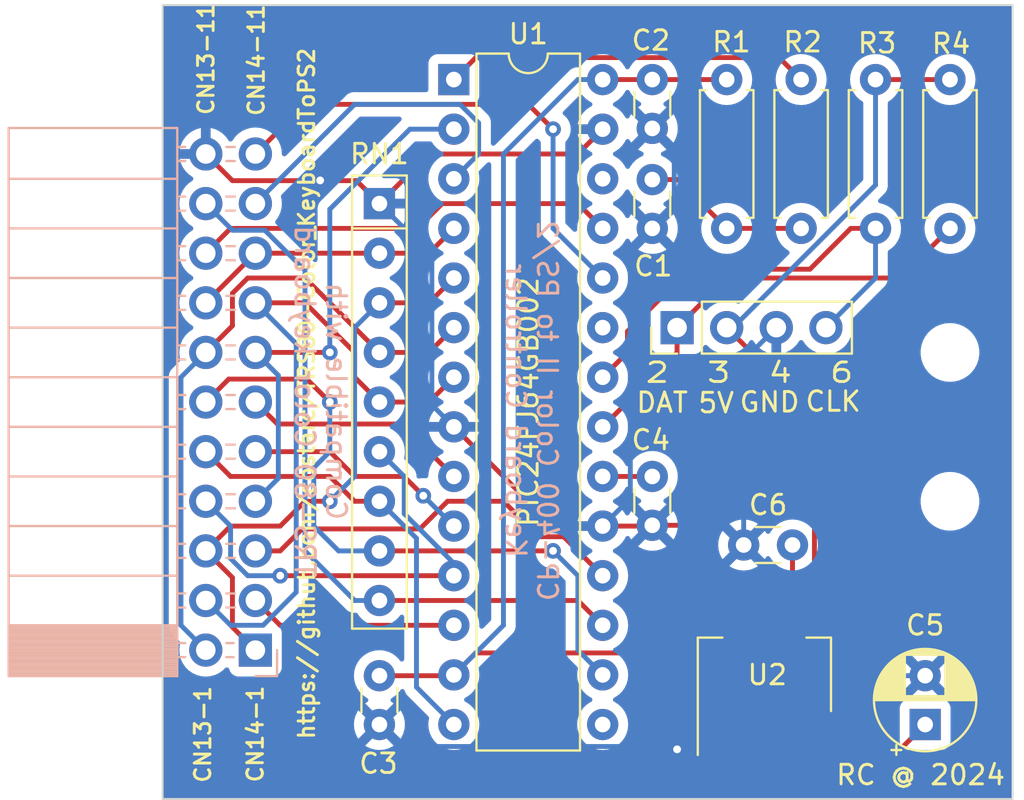
<source format=kicad_pcb>
(kicad_pcb (version 20221018) (generator pcbnew)
  (title_block (title "TRS-80 Color Computer Keyboard Adapter for PS/2") (date "2023-11-27") (rev "1"))
  (layers (0 "F.Cu" signal) (31 "B.Cu" signal) (34 "B.Paste" user) (35 "F.Paste" user) (36 "B.SilkS" user "B.Silkscreen") (37 "F.SilkS" user "F.Silkscreen") (38 "B.Mask" user) (39 "F.Mask" user) (44 "Edge.Cuts" user))
  (net 0 "")
  (net 1 "Net-(C1-Pad2)")
  (net 2 "VDD")
  (net 3 "Net-(U1-Vcap{slash}Vddcore)")
  (net 4 "CN14-3")
  (net 5 "CN14-11")
  (net 6 "CN14-4")
  (net 7 "CN14-10")
  (net 8 "CN14-6")
  (net 9 "CN14-5")
  (net 10 "CN13-4")
  (net 11 "CN13-2")
  (net 12 "CN13-5")
  (net 13 "CN13-6")
  (net 14 "CN13-10")
  (net 15 "CN13-1")
  (net 16 "CN13-3")
  (net 17 "CN13-8")
  (net 18 "CN14-2")
  (net 19 "Net-(U1-Vpp{slash}~{MCLR}{slash}RE3)")
  (net 20 "KBC_CLK")
  (net 21 "KBD_DATA")
  (net 24 "CN13-9")
  (net 25 "CN13-11")
  (net 26 "VCC")
  (net 27 "CAPS")
  (footprint "Capacitor_THT:C_Disc_D3.0mm_W1.6mm_P2.50mm" (layer "F.Cu") (at 64.77 60.96 90)
    (fp_text reference "C1" (at -1.935476 0.050224 180) (layer "F.SilkS"))
    (fp_text value "0.1uF 20V")
    (pad "1" thru_hole circle (at 0 0 90) (size 1.6 1.6) (drill 0.8) (layers "*.Cu" "*.Mask") (net 25 "CN13-11"))
    (pad "2" thru_hole circle (at 2.5 0 90) (size 1.6 1.6) (drill 0.8) (layers "*.Cu" "*.Mask") (net 1 "Net-(C1-Pad2)"))
  )
  (footprint "Capacitor_THT:CP_Radial_D5.0mm_P2.50mm" (layer "F.Cu") (at 78.74 86.36 90)
    (fp_text reference "C5" (at 5.08 0 180) (layer "F.SilkS"))
    (fp_text value "100uF" hide)
    (pad "1" thru_hole rect (at 0 0 90) (size 1.6 1.6) (drill 0.8) (layers "*.Cu" "*.Mask") (net 2 "VDD"))
    (pad "2" thru_hole circle (at 2.5 0 90) (size 1.6 1.6) (drill 0.8) (layers "*.Cu" "*.Mask") (net 25 "CN13-11"))
  )
  (footprint "MountingHole:MountingHole_2.5mm" (layer "F.Cu") (at 80.01 67.31)
    (fp_text reference "H1" hide)
    (fp_text value "MountingHole" hide)
    (pad "" np_thru_hole circle (at 0 0) (size 2.5 2.5) (drill 2.5) (layers "*.Cu" "*.Mask"))
  )
  (footprint "Resistor_THT:R_Axial_DIN0207_L6.3mm_D2.5mm_P7.62mm_Horizontal" (layer "F.Cu") (at 76.2 53.34 -90)
    (fp_text reference "R3" (at -1.861968 -0.079511 -180) (layer "F.SilkS"))
    (fp_text value "10K" hide)
    (pad "1" thru_hole circle (at 0 0 270) (size 1.6 1.6) (drill 0.8) (layers "*.Cu" "*.Mask") (net 26 "VCC"))
    (pad "2" thru_hole oval (at 7.62 0 270) (size 1.6 1.6) (drill 0.8) (layers "*.Cu" "*.Mask") (net 20 "KBC_CLK"))
  )
  (footprint "MountingHole:MountingHole_2.5mm" (layer "F.Cu") (at 80.01 74.93)
    (fp_text reference "H2" hide)
    (fp_text value "MountingHole" hide)
    (pad "" np_thru_hole circle (at 0 0) (size 2.5 2.5) (drill 2.5) (layers "*.Cu" "*.Mask"))
  )
  (footprint "Capacitor_THT:C_Disc_D3.0mm_W1.6mm_P2.50mm" (layer "F.Cu") (at 69.448188 77.168673)
    (fp_text reference "C6" (at 1.25 -2.05) (layer "F.SilkS"))
    (fp_text value "0.1uF 20V" hide)
    (pad "1" thru_hole circle (at 0 0) (size 1.6 1.6) (drill 0.8) (layers "*.Cu" "*.Mask") (net 25 "CN13-11"))
    (pad "2" thru_hole circle (at 2.5 0) (size 1.6 1.6) (drill 0.8) (layers "*.Cu" "*.Mask") (net 2 "VDD"))
  )
  (footprint "Capacitor_THT:C_Disc_D3.0mm_W1.6mm_P2.50mm" (layer "F.Cu") (at 64.77 76.16 90)
    (fp_text reference "C4" (at 4.367202 -0.075741 180) (layer "F.SilkS"))
    (fp_text value "10uF 6.3V" hide)
    (pad "1" thru_hole circle (at 0 0 90) (size 1.6 1.6) (drill 0.8) (layers "*.Cu" "*.Mask") (net 25 "CN13-11"))
    (pad "2" thru_hole circle (at 2.5 0 90) (size 1.6 1.6) (drill 0.8) (layers "*.Cu" "*.Mask") (net 3 "Net-(U1-Vcap{slash}Vddcore)"))
  )
  (footprint "Resistor_THT:R_Axial_DIN0207_L6.3mm_D2.5mm_P7.62mm_Horizontal" (layer "F.Cu") (at 80.01 53.34 -90)
    (fp_text reference "R4" (at -1.833717 -0.055192) (layer "F.SilkS"))
    (fp_text value "10K" hide)
    (pad "1" thru_hole circle (at 0 0 270) (size 1.6 1.6) (drill 0.8) (layers "*.Cu" "*.Mask") (net 26 "VCC"))
    (pad "2" thru_hole oval (at 7.62 0 270) (size 1.6 1.6) (drill 0.8) (layers "*.Cu" "*.Mask") (net 21 "KBD_DATA"))
  )
  (footprint "Resistor_THT:R_Axial_DIN0207_L6.3mm_D2.5mm_P7.62mm_Horizontal" (layer "F.Cu") (at 72.39 53.34 -90)
    (fp_text reference "R2" (at -1.918471 -0.075579 -180) (layer "F.SilkS"))
    (fp_text value "270R" hide)
    (pad "1" thru_hole circle (at 0 0 270) (size 1.6 1.6) (drill 0.8) (layers "*.Cu" "*.Mask") (net 19 "Net-(U1-Vpp{slash}~{MCLR}{slash}RE3)"))
    (pad "2" thru_hole oval (at 7.62 0 270) (size 1.6 1.6) (drill 0.8) (layers "*.Cu" "*.Mask") (net 1 "Net-(C1-Pad2)"))
  )
  (footprint "Package_TO_SOT_SMD:SOT-223-3_TabPin2" (layer "F.Cu") (at 70.51 83.82 90)
    (fp_text reference "U2" (at 0.000001 0.148233 180) (layer "F.SilkS"))
    (fp_text value "AMS1117" hide)
    (pad "1" smd rect (at -3.15 -2.3 90) (size 2 1.5) (layers "F.Cu" "F.Paste" "F.Mask") (net 25 "CN13-11"))
    (pad "2" smd rect (at -3.15 0 90) (size 2 1.5) (layers "F.Cu" "F.Paste" "F.Mask") (net 2 "VDD"))
    (pad "2" smd rect (at 3.15 0 90) (size 2 3.8) (layers "F.Cu" "F.Paste" "F.Mask") (net 2 "VDD"))
    (pad "3" smd rect (at -3.15 2.3 90) (size 2 1.5) (layers "F.Cu" "F.Paste" "F.Mask") (net 26 "VCC"))
  )
  (footprint "Package_DIP:DIP-28_W7.62mm" (layer "F.Cu") (at 54.61 53.34)
    (fp_text reference "U1" (at 3.81 -2.33) (layer "F.SilkS"))
    (fp_text value "PIC24FJ64GB002" (at 3.81 16.51 -90) (layer "F.SilkS"))
    (pad "1" thru_hole rect (at 0 0) (size 1.6 1.6) (drill 0.8) (layers "*.Cu" "*.Mask") (net 19 "Net-(U1-Vpp{slash}~{MCLR}{slash}RE3)"))
    (pad "2" thru_hole oval (at 0 2.54) (size 1.6 1.6) (drill 0.8) (layers "*.Cu" "*.Mask") (net 6 "CN14-4"))
    (pad "3" thru_hole oval (at 0 5.08) (size 1.6 1.6) (drill 0.8) (layers "*.Cu" "*.Mask") (net 7 "CN14-10"))
    (pad "4" thru_hole oval (at 0 7.62) (size 1.6 1.6) (drill 0.8) (layers "*.Cu" "*.Mask") (net 17 "CN13-8"))
    (pad "5" thru_hole oval (at 0 10.16) (size 1.6 1.6) (drill 0.8) (layers "*.Cu" "*.Mask") (net 16 "CN13-3"))
    (pad "6" thru_hole oval (at 0 12.7) (size 1.6 1.6) (drill 0.8) (layers "*.Cu" "*.Mask") (net 15 "CN13-1"))
    (pad "7" thru_hole oval (at 0 15.24) (size 1.6 1.6) (drill 0.8) (layers "*.Cu" "*.Mask") (net 11 "CN13-2"))
    (pad "8" thru_hole oval (at 0 17.78) (size 1.6 1.6) (drill 0.8) (layers "*.Cu" "*.Mask") (net 25 "CN13-11"))
    (pad "9" thru_hole oval (at 0 20.32) (size 1.6 1.6) (drill 0.8) (layers "*.Cu" "*.Mask") (net 8 "CN14-6"))
    (pad "10" thru_hole oval (at 0 22.86) (size 1.6 1.6) (drill 0.8) (layers "*.Cu" "*.Mask") (net 9 "CN14-5"))
    (pad "11" thru_hole oval (at 0 25.4) (size 1.6 1.6) (drill 0.8) (layers "*.Cu" "*.Mask") (net 10 "CN13-4"))
    (pad "12" thru_hole oval (at 0 27.94) (size 1.6 1.6) (drill 0.8) (layers "*.Cu" "*.Mask") (net 18 "CN14-2"))
    (pad "13" thru_hole oval (at 0 30.48) (size 1.6 1.6) (drill 0.8) (layers "*.Cu" "*.Mask") (net 2 "VDD"))
    (pad "14" thru_hole oval (at 0 33.02) (size 1.6 1.6) (drill 0.8) (layers "*.Cu" "*.Mask") (net 12 "CN13-5"))
    (pad "15" thru_hole oval (at 7.62 33.02) (size 1.6 1.6) (drill 0.8) (layers "*.Cu" "*.Mask"))
    (pad "16" thru_hole oval (at 7.62 30.48) (size 1.6 1.6) (drill 0.8) (layers "*.Cu" "*.Mask") (net 13 "CN13-6"))
    (pad "17" thru_hole oval (at 7.62 27.94) (size 1.6 1.6) (drill 0.8) (layers "*.Cu" "*.Mask") (net 14 "CN13-10"))
    (pad "18" thru_hole oval (at 7.62 25.4) (size 1.6 1.6) (drill 0.8) (layers "*.Cu" "*.Mask") (net 4 "CN14-3"))
    (pad "19" thru_hole oval (at 7.62 22.86) (size 1.6 1.6) (drill 0.8) (layers "*.Cu" "*.Mask") (net 25 "CN13-11"))
    (pad "20" thru_hole oval (at 7.62 20.32) (size 1.6 1.6) (drill 0.8) (layers "*.Cu" "*.Mask") (net 3 "Net-(U1-Vcap{slash}Vddcore)"))
    (pad "21" thru_hole oval (at 7.62 17.78) (size 1.6 1.6) (drill 0.8) (layers "*.Cu" "*.Mask") (net 21 "KBD_DATA"))
    (pad "22" thru_hole oval (at 7.62 15.24) (size 1.6 1.6) (drill 0.8) (layers "*.Cu" "*.Mask") (net 20 "KBC_CLK"))
    (pad "23" thru_hole oval (at 7.62 12.7) (size 1.6 1.6) (drill 0.8) (layers "*.Cu" "*.Mask"))
    (pad "24" thru_hole oval (at 7.62 10.16) (size 1.6 1.6) (drill 0.8) (layers "*.Cu" "*.Mask") (net 5 "CN14-11"))
    (pad "25" thru_hole oval (at 7.62 7.62) (size 1.6 1.6) (drill 0.8) (layers "*.Cu" "*.Mask") (net 24 "CN13-9"))
    (pad "26" thru_hole oval (at 7.62 5.08) (size 1.6 1.6) (drill 0.8) (layers "*.Cu" "*.Mask") (net 27 "CAPS"))
    (pad "27" thru_hole oval (at 7.62 2.54) (size 1.6 1.6) (drill 0.8) (layers "*.Cu" "*.Mask") (net 25 "CN13-11"))
    (pad "28" thru_hole oval (at 7.62 0) (size 1.6 1.6) (drill 0.8) (layers "*.Cu" "*.Mask") (net 2 "VDD"))
  )
  (footprint "Resistor_THT:R_Array_SIP9" (layer "F.Cu") (at 50.8 59.69 -90)
    (fp_text reference "RN1" (at -2.54 0 -180) (layer "F.SilkS"))
    (fp_text value "10K")
    (pad "1" thru_hole rect (at 0 0 270) (size 1.6 1.6) (drill 0.8) (layers "*.Cu" "*.Mask") (net 25 "CN13-11"))
    (pad "2" thru_hole oval (at 2.54 0 270) (size 1.6 1.6) (drill 0.8) (layers "*.Cu" "*.Mask") (net 17 "CN13-8"))
    (pad "3" thru_hole oval (at 5.08 0 270) (size 1.6 1.6) (drill 0.8) (layers "*.Cu" "*.Mask") (net 16 "CN13-3"))
    (pad "4" thru_hole oval (at 7.62 0 270) (size 1.6 1.6) (drill 0.8) (layers "*.Cu" "*.Mask") (net 15 "CN13-1"))
    (pad "5" thru_hole oval (at 10.16 0 270) (size 1.6 1.6) (drill 0.8) (layers "*.Cu" "*.Mask") (net 11 "CN13-2"))
    (pad "6" thru_hole oval (at 12.7 0 270) (size 1.6 1.6) (drill 0.8) (layers "*.Cu" "*.Mask") (net 10 "CN13-4"))
    (pad "7" thru_hole oval (at 15.24 0 270) (size 1.6 1.6) (drill 0.8) (layers "*.Cu" "*.Mask") (net 12 "CN13-5"))
    (pad "8" thru_hole oval (at 17.78 0 270) (size 1.6 1.6) (drill 0.8) (layers "*.Cu" "*.Mask") (net 13 "CN13-6"))
    (pad "9" thru_hole oval (at 20.32 0 270) (size 1.6 1.6) (drill 0.8) (layers "*.Cu" "*.Mask") (net 14 "CN13-10"))
  )
  (footprint "Capacitor_THT:C_Disc_D3.0mm_W1.6mm_P2.50mm" (layer "F.Cu") (at 50.8 86.36 90)
    (fp_text reference "C3" (at -1.998728 -0.051996 180) (layer "F.SilkS"))
    (fp_text value "0.1uF 20V" hide)
    (pad "1" thru_hole circle (at 0 0 90) (size 1.6 1.6) (drill 0.8) (layers "*.Cu" "*.Mask") (net 25 "CN13-11"))
    (pad "2" thru_hole circle (at 2.5 0 90) (size 1.6 1.6) (drill 0.8) (layers "*.Cu" "*.Mask") (net 2 "VDD"))
  )
  (footprint "Resistor_THT:R_Axial_DIN0207_L6.3mm_D2.5mm_P7.62mm_Horizontal" (layer "F.Cu") (at 68.58 53.34 -90)
    (fp_text reference "R1" (at -1.918471 -0.241156 -180) (layer "F.SilkS"))
    (fp_text value "10K" hide)
    (pad "1" thru_hole circle (at 0 0 270) (size 1.6 1.6) (drill 0.8) (layers "*.Cu" "*.Mask") (net 2 "VDD"))
    (pad "2" thru_hole oval (at 7.62 0 270) (size 1.6 1.6) (drill 0.8) (layers "*.Cu" "*.Mask") (net 1 "Net-(C1-Pad2)"))
  )
  (footprint "Capacitor_THT:C_Disc_D3.0mm_W1.6mm_P2.50mm" (layer "F.Cu") (at 64.77 55.84 90)
    (fp_text reference "C2" (at 4.504558 -0.071665 180) (layer "F.SilkS"))
    (fp_text value "0.1uF 20V" hide)
    (pad "1" thru_hole circle (at 0 0 90) (size 1.6 1.6) (drill 0.8) (layers "*.Cu" "*.Mask") (net 25 "CN13-11"))
    (pad "2" thru_hole circle (at 2.5 0 90) (size 1.6 1.6) (drill 0.8) (layers "*.Cu" "*.Mask") (net 2 "VDD"))
  )
  (footprint "Connector_PinHeader_2.54mm:PinHeader_1x04_P2.54mm_Vertical" (layer "F.Cu") (at 66.04 66.04 90)
    (fp_text reference "J2" hide)
    (fp_text value "PS/2 - Mini-Din6" hide)
    (pad "1" thru_hole rect (at 0 0 90) (size 1.7 1.7) (drill 1) (layers "*.Cu" "*.Mask") (net 21 "KBD_DATA"))
    (pad "2" thru_hole oval (at 0 2.54 90) (size 1.7 1.7) (drill 1) (layers "*.Cu" "*.Mask") (net 26 "VCC"))
    (pad "3" thru_hole oval (at 0 5.08 90) (size 1.7 1.7) (drill 1) (layers "*.Cu" "*.Mask") (net 25 "CN13-11"))
    (pad "4" thru_hole oval (at 0 7.62 90) (size 1.7 1.7) (drill 1) (layers "*.Cu" "*.Mask") (net 20 "KBC_CLK"))
  )
  (footprint "Connector_PinSocket_2.54mm:PinSocket_2x11_P2.54mm_Horizontal" (layer "B.Cu") (at 44.45 82.55)
    (fp_text reference "J1" hide)
    (fp_text value "CN13-CN14" hide)
    (pad "1" thru_hole rect (at 0 0) (size 1.7 1.7) (drill 1) (layers "*.Cu" "*.Mask") (net 16 "CN13-3"))
    (pad "2" thru_hole oval (at -2.54 0) (size 1.7 1.7) (drill 1) (layers "*.Cu" "*.Mask") (net 15 "CN13-1"))
    (pad "3" thru_hole oval (at 0 -2.54) (size 1.7 1.7) (drill 1) (layers "*.Cu" "*.Mask") (net 18 "CN14-2"))
    (pad "4" thru_hole oval (at -2.54 -2.54) (size 1.7 1.7) (drill 1) (layers "*.Cu" "*.Mask") (net 11 "CN13-2"))
    (pad "5" thru_hole oval (at 0 -5.08) (size 1.7 1.7) (drill 1) (layers "*.Cu" "*.Mask") (net 4 "CN14-3"))
    (pad "6" thru_hole oval (at -2.54 -5.08) (size 1.7 1.7) (drill 1) (layers "*.Cu" "*.Mask") (net 16 "CN13-3"))
    (pad "7" thru_hole oval (at 0 -7.62) (size 1.7 1.7) (drill 1) (layers "*.Cu" "*.Mask") (net 6 "CN14-4"))
    (pad "8" thru_hole oval (at -2.54 -7.62) (size 1.7 1.7) (drill 1) (layers "*.Cu" "*.Mask") (net 10 "CN13-4"))
    (pad "9" thru_hole oval (at 0 -10.16) (size 1.7 1.7) (drill 1) (layers "*.Cu" "*.Mask") (net 9 "CN14-5"))
    (pad "10" thru_hole oval (at -2.54 -10.16) (size 1.7 1.7) (drill 1) (layers "*.Cu" "*.Mask") (net 12 "CN13-5"))
    (pad "11" thru_hole oval (at 0 -12.7) (size 1.7 1.7) (drill 1) (layers "*.Cu" "*.Mask") (net 8 "CN14-6"))
    (pad "12" thru_hole oval (at -2.54 -12.7) (size 1.7 1.7) (drill 1) (layers "*.Cu" "*.Mask") (net 13 "CN13-6"))
    (pad "13" thru_hole oval (at 0 -15.24) (size 1.7 1.7) (drill 1) (layers "*.Cu" "*.Mask") (net 6 "CN14-4"))
    (pad "14" thru_hole oval (at -2.54 -15.24) (size 1.7 1.7) (drill 1) (layers "*.Cu" "*.Mask") (net 15 "CN13-1"))
    (pad "15" thru_hole oval (at 0 -17.78) (size 1.7 1.7) (drill 1) (layers "*.Cu" "*.Mask") (net 11 "CN13-2"))
    (pad "16" thru_hole oval (at -2.54 -17.78) (size 1.7 1.7) (drill 1) (layers "*.Cu" "*.Mask") (net 17 "CN13-8"))
    (pad "17" thru_hole oval (at 0 -20.32) (size 1.7 1.7) (drill 1) (layers "*.Cu" "*.Mask") (net 17 "CN13-8"))
    (pad "18" thru_hole oval (at -2.54 -20.32) (size 1.7 1.7) (drill 1) (layers "*.Cu" "*.Mask") (net 24 "CN13-9"))
    (pad "19" thru_hole oval (at 0 -22.86) (size 1.7 1.7) (drill 1) (layers "*.Cu" "*.Mask") (net 7 "CN14-10"))
    (pad "20" thru_hole oval (at -2.54 -22.86) (size 1.7 1.7) (drill 1) (layers "*.Cu" "*.Mask") (net 14 "CN13-10"))
    (pad "21" thru_hole oval (at 0 -25.4) (size 1.7 1.7) (drill 1) (layers "*.Cu" "*.Mask") (net 5 "CN14-11"))
    (pad "22" thru_hole oval (at -2.54 -25.4) (size 1.7 1.7) (drill 1) (layers "*.Cu" "*.Mask") (net 25 "CN13-11"))
  )
  (gr_rect (start 39.703093 49.53) (end 83.211286 90.17) (stroke (width 0.1)) (fill none) (layer "Edge.Cuts"))
  (gr_text "CP-400 Color II to PS/2\nKeyboard Controller" (at 57.191231 70.296328 -90) (layer "B.SilkS") (effects (font (size 1 1)) (justify bottom mirror)))
  (gr_text "Compatible with\nTRS-80 Color keyboard" (at 46.39206 69.814222 270) (layer "B.SilkS") (effects (font (size 1 1)) (justify bottom mirror)))
  (gr_text "https://github.com/costarc/TRS80-Color_KeyboardToPS2" (at 47.543107 87.190195 90) (layer "F.SilkS") (effects (font (size 0.8 0.8)) (justify left bottom)))
  (gr_text "RC @ 2024" (at 74.09883 89.525861) (layer "F.SilkS") (effects (font (size 1 1)) (justify left bottom)))
  (gr_text "2  3  4  6" (at 64.326894 68.926582) (layer "F.SilkS") (effects (font (size 1 1.27)) (justify left bottom)))
  (gr_text "CN14-1" (at 44.9132 89.401292 90) (layer "F.SilkS") (effects (font (size 0.8 0.8)) (justify left bottom)))
  (gr_text "GND" (at 69.153015 70.442223) (layer "F.SilkS") (effects (font (size 1 1)) (justify left bottom)))
  (gr_text "5V" (at 67.039095 70.482108) (layer "F.SilkS") (effects (font (size 1 1)) (justify left bottom)))
  (gr_text "CN13-1" (at 42.227692 89.420338 90) (layer "F.SilkS") (effects (font (size 0.8 0.8)) (justify left bottom)))
  (gr_text "CN14-11" (at 44.964246 55.282708 90) (layer "F.SilkS") (effects (font (size 0.8 0.8)) (justify left bottom)))
  (gr_text "DAT" (at 63.868214 70.462166) (layer "F.SilkS") (effects (font (size 1 1)) (justify left bottom)))
  (gr_text "CN13-11" (at 42.392758 55.232686 90) (layer "F.SilkS") (effects (font (size 0.8 0.8)) (justify left bottom)))
  (gr_text "CLK" (at 72.523323 70.402338) (layer "F.SilkS") (effects (font (size 1 1)) (justify left bottom)))
  (segment (start 64.77 58.46) (end 66.08 58.46) (width 0.25) (layer "F.Cu") (net 1))
  (segment (start 66.08 58.46) (end 68.58 60.96) (width 0.25) (layer "F.Cu") (net 1))
  (segment (start 68.58 60.96) (end 72.39 60.96) (width 0.25) (layer "F.Cu") (net 1))
  (segment (start 76.2 88.9) (end 78.74 86.36) (width 0.25) (layer "F.Cu") (net 2))
  (segment (start 62.23 53.34) (end 64.77 53.34) (width 0.25) (layer "F.Cu") (net 2))
  (segment (start 70.51 86.97) (end 70.51 88.29) (width 0.25) (layer "F.Cu") (net 2))
  (segment (start 66.04 82.695) (end 66.235 82.695) (width 0.25) (layer "F.Cu") (net 2))
  (segment (start 54.61 83.82) (end 55.735 82.695) (width 0.25) (layer "F.Cu") (net 2))
  (segment (start 55.735 82.695) (end 66.04 82.695) (width 0.25) (layer "F.Cu") (net 2))
  (segment (start 50.8 83.86) (end 54.57 83.86) (width 0.25) (layer "F.Cu") (net 2))
  (segment (start 66.235 82.695) (end 70.51 86.97) (width 0.25) (layer "F.Cu") (net 2))
  (segment (start 54.57 83.86) (end 54.61 83.82) (width 0.25) (layer "F.Cu") (net 2))
  (segment (start 71.12 88.9) (end 76.2 88.9) (width 0.25) (layer "F.Cu") (net 2))
  (segment (start 71.948188 77.168673) (end 71.948188 79.231812) (width 0.25) (layer "F.Cu") (net 2))
  (segment (start 64.77 53.34) (end 68.58 53.34) (width 0.25) (layer "F.Cu") (net 2))
  (segment (start 71.948188 79.231812) (end 70.51 80.67) (width 0.25) (layer "F.Cu") (net 2))
  (segment (start 70.51 80.67) (end 68.065 80.67) (width 0.25) (layer "F.Cu") (net 2))
  (segment (start 68.065 80.67) (end 66.04 82.695) (width 0.25) (layer "F.Cu") (net 2))
  (segment (start 70.51 88.29) (end 71.12 88.9) (width 0.25) (layer "F.Cu") (net 2))
  (segment (start 57.15 57.15) (end 57.15 81.28) (width 0.25) (layer "B.Cu") (net 2))
  (segment (start 60.96 53.34) (end 57.15 57.15) (width 0.25) (layer "B.Cu") (net 2))
  (segment (start 62.23 53.34) (end 60.96 53.34) (width 0.25) (layer "B.Cu") (net 2))
  (segment (start 57.15 81.28) (end 54.61 83.82) (width 0.25) (layer "B.Cu") (net 2))
  (segment (start 62.23 73.66) (end 64.77 73.66) (width 0.25) (layer "F.Cu") (net 3))
  (segment (start 46.845 76.345) (end 52.874009 76.345) (width 0.25) (layer "F.Cu") (net 4))
  (segment (start 52.874009 76.345) (end 54.289009 74.93) (width 0.25) (layer "F.Cu") (net 4))
  (segment (start 54.289009 74.93) (end 57.15 74.93) (width 0.25) (layer "F.Cu") (net 4))
  (segment (start 57.15 74.93) (end 58.965 76.745) (width 0.25) (layer "F.Cu") (net 4))
  (segment (start 44.45 77.47) (end 45.72 77.47) (width 0.25) (layer "F.Cu") (net 4))
  (segment (start 60.235 76.745) (end 62.23 78.74) (width 0.25) (layer "F.Cu") (net 4))
  (segment (start 45.72 77.47) (end 46.845 76.345) (width 0.25) (layer "F.Cu") (net 4))
  (segment (start 58.965 76.745) (end 60.235 76.745) (width 0.25) (layer "F.Cu") (net 4))
  (segment (start 58.42 54.61) (end 46.99 54.61) (width 0.25) (layer "F.Cu") (net 5))
  (segment (start 59.69 55.88) (end 58.42 54.61) (width 0.25) (layer "F.Cu") (net 5))
  (segment (start 46.99 54.61) (end 44.45 57.15) (width 0.25) (layer "F.Cu") (net 5))
  (via (at 59.69 55.88) (size 0.8) (drill 0.4) (layers "F.Cu" "B.Cu") (net 5))
  (segment (start 59.69 55.88) (end 59.69 60.96) (width 0.25) (layer "B.Cu") (net 5))
  (segment (start 59.69 60.96) (end 62.23 63.5) (width 0.25) (layer "B.Cu") (net 5))
  (segment (start 48.26 67.31) (end 44.45 67.31) (width 0.25) (layer "F.Cu") (net 6))
  (via (at 48.26 67.31) (size 0.8) (drill 0.4) (layers "F.Cu" "B.Cu") (net 6))
  (segment (start 45.625 68.485) (end 45.625 73.755) (width 0.25) (layer "B.Cu") (net 6))
  (segment (start 52.36 55.88) (end 54.61 55.88) (width 0.25) (layer "B.Cu") (net 6))
  (segment (start 48.26 67.31) (end 48.26 59.98) (width 0.25) (layer "B.Cu") (net 6))
  (segment (start 45.625 73.755) (end 44.45 74.93) (width 0.25) (layer "B.Cu") (net 6))
  (segment (start 48.26 59.98) (end 52.36 55.88) (width 0.25) (layer "B.Cu") (net 6))
  (segment (start 44.45 67.31) (end 45.625 68.485) (width 0.25) (layer "B.Cu") (net 6))
  (segment (start 54.930991 54.61) (end 55.88 55.559009) (width 0.25) (layer "B.Cu") (net 7))
  (segment (start 55.88 57.15) (end 54.61 58.42) (width 0.25) (layer "B.Cu") (net 7))
  (segment (start 49.53 54.61) (end 54.930991 54.61) (width 0.25) (layer "B.Cu") (net 7))
  (segment (start 44.45 59.69) (end 49.53 54.61) (width 0.25) (layer "B.Cu") (net 7))
  (segment (start 55.88 55.559009) (end 55.88 57.15) (width 0.25) (layer "B.Cu") (net 7))
  (segment (start 45.575 70.975) (end 51.925 70.975) (width 0.25) (layer "F.Cu") (net 8))
  (segment (start 51.925 70.975) (end 54.61 73.66) (width 0.25) (layer "F.Cu") (net 8))
  (segment (start 44.45 69.85) (end 45.575 70.975) (width 0.25) (layer "F.Cu") (net 8))
  (segment (start 48.26 72.39) (end 49.53 73.66) (width 0.25) (layer "F.Cu") (net 9))
  (segment (start 49.53 73.66) (end 52.07 73.66) (width 0.25) (layer "F.Cu") (net 9))
  (segment (start 44.45 72.39) (end 48.26 72.39) (width 0.25) (layer "F.Cu") (net 9))
  (segment (start 52.07 73.672087) (end 53.045285 74.647372) (width 0.25) (layer "F.Cu") (net 9))
  (segment (start 52.07 73.66) (end 52.07 73.672087) (width 0.25) (layer "F.Cu") (net 9))
  (via (at 53.045285 74.647372) (size 0.8) (drill 0.4) (layers "F.Cu" "B.Cu") (net 9))
  (segment (start 53.057372 74.647372) (end 53.34 74.93) (width 0.25) (layer "B.Cu") (net 9))
  (segment (start 54.61 76.2) (end 53.045285 74.647372) (width 0.25) (layer "B.Cu") (net 9))
  (segment (start 53.045285 74.647372) (end 53.057372 74.647372) (width 0.25) (layer "B.Cu") (net 9))
  (segment (start 54.61 78.74) (end 45.72 78.74) (width 0.25) (layer "F.Cu") (net 10))
  (via (at 45.72 78.74) (size 0.8) (drill 0.4) (layers "F.Cu" "B.Cu") (net 10))
  (segment (start 45.72 78.74) (end 44.058299 78.74) (width 0.25) (layer "B.Cu") (net 10))
  (segment (start 54.61 78.103604) (end 54.61 78.74) (width 0.25) (layer "B.Cu") (net 10))
  (segment (start 43.18 77.861701) (end 43.18 76.2) (width 0.25) (layer "B.Cu") (net 10))
  (segment (start 43.18 76.2) (end 41.91 74.93) (width 0.25) (layer "B.Cu") (net 10))
  (segment (start 44.058299 78.74) (end 43.18 77.861701) (width 0.25) (layer "B.Cu") (net 10))
  (segment (start 52.07 73.66) (end 52.07 75.563604) (width 0.25) (layer "B.Cu") (net 10))
  (segment (start 52.07 75.563604) (end 54.61 78.103604) (width 0.25) (layer "B.Cu") (net 10))
  (segment (start 50.8 72.39) (end 52.07 73.66) (width 0.25) (layer "B.Cu") (net 10))
  (segment (start 46.99 64.77) (end 49.53 67.31) (width 0.25) (layer "F.Cu") (net 11))
  (segment (start 49.53 68.58) (end 50.8 69.85) (width 0.25) (layer "F.Cu") (net 11))
  (segment (start 50.8 69.85) (end 53.34 69.85) (width 0.25) (layer "F.Cu") (net 11))
  (segment (start 49.53 67.31) (end 49.53 68.58) (width 0.25) (layer "F.Cu") (net 11))
  (segment (start 44.45 64.77) (end 46.99 64.77) (width 0.25) (layer "F.Cu") (net 11))
  (segment (start 53.34 69.85) (end 54.61 68.58) (width 0.25) (layer "F.Cu") (net 11))
  (segment (start 46.54 66.86) (end 44.45 64.77) (width 0.25) (layer "B.Cu") (net 11))
  (segment (start 44.841701 81.28) (end 46.54 79.581701) (width 0.25) (layer "B.Cu") (net 11))
  (segment (start 46.54 79.581701) (end 46.54 66.86) (width 0.25) (layer "B.Cu") (net 11))
  (segment (start 43.18 81.28) (end 44.841701 81.28) (width 0.25) (layer "B.Cu") (net 11))
  (segment (start 41.91 80.01) (end 43.18 81.28) (width 0.25) (layer "B.Cu") (net 11))
  (segment (start 49.53 74.93) (end 50.8 74.93) (width 0.25) (layer "F.Cu") (net 12))
  (segment (start 43.18 73.66) (end 48.26 73.66) (width 0.25) (layer "F.Cu") (net 12))
  (segment (start 48.26 73.66) (end 49.53 74.93) (width 0.25) (layer "F.Cu") (net 12))
  (segment (start 41.91 72.39) (end 43.18 73.66) (width 0.25) (layer "F.Cu") (net 12))
  (segment (start 52.697061 76.827061) (end 52.697061 84.447061) (width 0.25) (layer "B.Cu") (net 12))
  (segment (start 50.8 74.93) (end 52.697061 76.827061) (width 0.25) (layer "B.Cu") (net 12))
  (segment (start 52.697061 84.447061) (end 54.61 86.36) (width 0.25) (layer "B.Cu") (net 12))
  (segment (start 43.085 68.675) (end 41.91 69.85) (width 0.25) (layer "F.Cu") (net 13))
  (segment (start 48.26 69.85) (end 47.085 68.675) (width 0.25) (layer "F.Cu") (net 13))
  (segment (start 47.085 68.675) (end 43.085 68.675) (width 0.25) (layer "F.Cu") (net 13))
  (segment (start 57.15 77.47) (end 59.69 77.47) (width 0.25) (layer "F.Cu") (net 13))
  (segment (start 50.8 77.47) (end 57.15 77.47) (width 0.25) (layer "F.Cu") (net 13))
  (via (at 59.69 77.47) (size 0.8) (drill 0.4) (layers "F.Cu" "B.Cu") (net 13))
  (via (at 48.26 69.85) (size 0.8) (drill 0.4) (layers "F.Cu" "B.Cu") (net 13))
  (segment (start 47.44 73.21) (end 48.26 72.39) (width 0.25) (layer "B.Cu") (net 13))
  (segment (start 59.69 77.47) (end 60.96 78.74) (width 0.25) (layer "B.Cu") (net 13))
  (segment (start 48.26 72.39) (end 48.26 69.85) (width 0.25) (layer "B.Cu") (net 13))
  (segment (start 50.8 77.47) (end 48.71 77.47) (width 0.25) (layer "B.Cu") (net 13))
  (segment (start 47.44 76.2) (end 47.44 73.21) (width 0.25) (layer "B.Cu") (net 13))
  (segment (start 60.96 82.55) (end 62.23 83.82) (width 0.25) (layer "B.Cu") (net 13))
  (segment (start 60.96 78.74) (end 60.96 82.55) (width 0.25) (layer "B.Cu") (net 13))
  (segment (start 48.71 77.47) (end 47.44 76.2) (width 0.25) (layer "B.Cu") (net 13))
  (segment (start 60.96 80.01) (end 62.23 81.28) (width 0.25) (layer "F.Cu") (net 14))
  (segment (start 50.8 80.01) (end 60.96 80.01) (width 0.25) (layer "F.Cu") (net 14))
  (segment (start 49.53 80.01) (end 50.8 80.01) (width 0.25) (layer "B.Cu") (net 14))
  (segment (start 41.91 59.69) (end 43.275 61.055) (width 0.25) (layer "B.Cu") (net 14))
  (segment (start 46.99 77.47) (end 49.53 80.01) (width 0.25) (layer "B.Cu") (net 14))
  (segment (start 44.936701 61.055) (end 46.99 63.108299) (width 0.25) (layer "B.Cu") (net 14))
  (segment (start 46.99 63.108299) (end 46.99 77.47) (width 0.25) (layer "B.Cu") (net 14))
  (segment (start 43.275 61.055) (end 44.936701 61.055) (width 0.25) (layer "B.Cu") (net 14))
  (segment (start 50.8 67.31) (end 53.34 67.31) (width 0.25) (layer "F.Cu") (net 15))
  (segment (start 43.275 64.283299) (end 44.058299 63.5) (width 0.25) (layer "F.Cu") (net 15))
  (segment (start 46.99 63.5) (end 50.8 67.31) (width 0.25) (layer "F.Cu") (net 15))
  (segment (start 41.91 67.31) (end 43.275 65.945) (width 0.25) (layer "F.Cu") (net 15))
  (segment (start 43.275 65.945) (end 43.275 64.283299) (width 0.25) (layer "F.Cu") (net 15))
  (segment (start 44.058299 63.5) (end 46.99 63.5) (width 0.25) (layer "F.Cu") (net 15))
  (segment (start 53.34 67.31) (end 54.61 66.04) (width 0.25) (layer "F.Cu") (net 15))
  (segment (start 41.91 67.31) (end 40.64 68.58) (width 0.25) (layer "B.Cu") (net 15))
  (segment (start 40.64 68.58) (end 40.64 81.28) (width 0.25) (layer "B.Cu") (net 15))
  (segment (start 40.64 81.28) (end 41.91 82.55) (width 0.25) (layer "B.Cu") (net 15))
  (segment (start 53.34 64.77) (end 54.61 63.5) (width 0.25) (layer "F.Cu") (net 16))
  (segment (start 46.99 74.93) (end 48.26 74.93) (width 0.25) (layer "F.Cu") (net 16))
  (segment (start 43.275 78.835) (end 43.275 81.375) (width 0.25) (layer "F.Cu") (net 16))
  (segment (start 45.72 76.2) (end 46.99 74.93) (width 0.25) (layer "F.Cu") (net 16))
  (segment (start 43.18 76.2) (end 45.72 76.2) (width 0.25) (layer "F.Cu") (net 16))
  (segment (start 41.91 77.47) (end 43.275 78.835) (width 0.25) (layer "F.Cu") (net 16))
  (segment (start 43.275 81.375) (end 44.45 82.55) (width 0.25) (layer "F.Cu") (net 16))
  (segment (start 50.8 64.77) (end 53.34 64.77) (width 0.25) (layer "F.Cu") (net 16))
  (segment (start 41.91 77.47) (end 43.18 76.2) (width 0.25) (layer "F.Cu") (net 16))
  (via (at 48.26 74.93) (size 0.8) (drill 0.4) (layers "F.Cu" "B.Cu") (net 16))
  (segment (start 49.53 66.04) (end 50.8 64.77) (width 0.25) (layer "B.Cu") (net 16))
  (segment (start 49.53 73.66) (end 49.53 66.04) (width 0.25) (layer "B.Cu") (net 16))
  (segment (start 48.26 74.93) (end 49.53 73.66) (width 0.25) (layer "B.Cu") (net 16))
  (segment (start 50.8 62.23) (end 53.34 62.23) (width 0.25) (layer "F.Cu") (net 17))
  (segment (start 53.34 62.23) (end 54.61 60.96) (width 0.25) (layer "F.Cu") (net 17))
  (segment (start 44.45 62.23) (end 50.8 62.23) (width 0.25) (layer "F.Cu") (net 17))
  (segment (start 41.91 64.77) (end 44.45 62.23) (width 0.25) (layer "F.Cu") (net 17))
  (segment (start 45.72 81.28) (end 54.61 81.28) (width 0.25) (layer "F.Cu") (net 18))
  (segment (start 44.45 80.01) (end 45.72 81.28) (width 0.25) (layer "F.Cu") (net 18))
  (segment (start 55.735 52.215) (end 71.265 52.215) (width 0.25) (layer "F.Cu") (net 19))
  (segment (start 71.265 52.215) (end 72.39 53.34) (width 0.25) (layer "F.Cu") (net 19))
  (segment (start 54.61 53.34) (end 55.735 52.215) (width 0.25) (layer "F.Cu") (net 19))
  (segment (start 66.68 63.05) (end 63.5 66.23) (width 0.25) (layer "F.Cu") (net 20))
  (segment (start 74.93 60.96) (end 72.84 63.05) (width 0.25) (layer "F.Cu") (net 20))
  (segment (start 76.2 60.96) (end 74.93 60.96) (width 0.25) (layer "F.Cu") (net 20))
  (segment (start 72.84 63.05) (end 66.68 63.05) (width 0.25) (layer "F.Cu") (net 20))
  (segment (start 63.5 66.23) (end 63.5 67.31) (width 0.25) (layer "F.Cu") (net 20))
  (segment (start 63.5 67.31) (end 62.23 68.58) (width 0.25) (layer "F.Cu") (net 20))
  (segment (start 76.2 60.96) (end 76.2 63.5) (width 0.25) (layer "B.Cu") (net 20))
  (segment (start 76.2 63.5) (end 73.66 66.04) (width 0.25) (layer "B.Cu") (net 20))
  (segment (start 66.04 67.31) (end 66.04 66.04) (width 0.25) (layer "F.Cu") (net 21))
  (segment (start 68.58 63.5) (end 66.04 66.04) (width 0.25) (layer "F.Cu") (net 21))
  (segment (start 62.23 71.12) (end 66.04 67.31) (width 0.25) (layer "F.Cu") (net 21))
  (segment (start 80.01 60.96) (end 77.47 63.5) (width 0.25) (layer "F.Cu") (net 21))
  (segment (start 77.47 63.5) (end 68.58 63.5) (width 0.25) (layer "F.Cu") (net 21))
  (segment (start 60.96 59.69) (end 54.015 59.69) (width 0.25) (layer "F.Cu") (net 24))
  (segment (start 54.015 59.69) (end 52.745 60.96) (width 0.25) (layer "F.Cu") (net 24))
  (segment (start 52.745 60.96) (end 43.18 60.96) (width 0.25) (layer "F.Cu") (net 24))
  (segment (start 43.18 60.96) (end 41.91 62.23) (width 0.25) (layer "F.Cu") (net 24))
  (segment (start 62.23 60.96) (end 60.96 59.69) (width 0.25) (layer "F.Cu") (net 24))
  (segment (start 60.96 57.15) (end 62.23 55.88) (width 0.25) (layer "F.Cu") (net 25))
  (segment (start 62.23 76.2) (end 64.73 76.2) (width 0.25) (layer "F.Cu") (net 25))
  (segment (start 54.61 71.12) (end 59.69 76.2) (width 0.25) (layer "F.Cu") (net 25))
  (segment (start 64.77 76.16) (end 68.439515 76.16) (width 0.25) (layer "F.Cu") (net 25))
  (segment (start 66.7 86.97) (end 66.04 87.63) (width 0.25) (layer "F.Cu") (net 25))
  (segment (start 49.625 58.515) (end 50.8 59.69) (width 0.25) (layer "F.Cu") (net 25))
  (segment (start 43.275 58.515) (end 47.752845 58.515) (width 0.25) (layer "F.Cu") (net 25))
  (segment (start 47.752845 58.515) (end 47.765568 58.502277) (width 0.25) (layer "F.Cu") (net 25))
  (segment (start 47.765568 58.502277) (end 47.778291 58.515) (width 0.25) (layer "F.Cu") (net 25))
  (segment (start 59.69 76.2) (end 62.23 76.2) (width 0.25) (layer "F.Cu") (net 25))
  (segment (start 67.695 87.485) (end 68.21 86.97) (width 0.25) (layer "F.Cu") (net 25))
  (segment (start 64.73 76.2) (end 64.77 76.16) (width 0.25) (layer "F.Cu") (net 25))
  (segment (start 50.8 59.69) (end 53.34 57.15) (width 0.25) (layer "F.Cu") (net 25))
  (segment (start 53.34 57.15) (end 60.96 57.15) (width 0.25) (layer "F.Cu") (net 25))
  (segment (start 68.439515 76.16) (end 69.448188 77.168673) (width 0.25) (layer "F.Cu") (net 25))
  (segment (start 47.778291 58.515) (end 49.625 58.515) (width 0.25) (layer "F.Cu") (net 25))
  (segment (start 68.21 86.97) (end 66.7 86.97) (width 0.25) (layer "F.Cu") (net 25))
  (segment (start 41.91 57.15) (end 43.275 58.515) (width 0.25) (layer "F.Cu") (net 25))
  (via (at 66.04 87.63) (size 0.8) (drill 0.4) (layers "F.Cu" "B.Cu") (net 25))
  (via (at 47.765568 58.502277) (size 0.8) (drill 0.4) (layers "F.Cu" "B.Cu") (net 25))
  (segment (start 64.77 55.84) (end 65.895 56.965) (width 0.25) (layer "B.Cu") (net 25))
  (segment (start 71.12 66.04) (end 69.448188 67.711812) (width 0.25) (layer "B.Cu") (net 25))
  (segment (start 53.485 62.375) (end 53.485 69.995) (width 0.25) (layer "B.Cu") (net 25))
  (segment (start 65.895 56.965) (end 65.895 59.835) (width 0.25) (layer "B.Cu") (net 25))
  (segment (start 50.8 59.69) (end 53.485 62.375) (width 0.25) (layer "B.Cu") (net 25))
  (segment (start 75.115 87.485) (end 51.925 87.485) (width 0.25) (layer "B.Cu") (net 25))
  (segment (start 63.645 74.785) (end 62.23 76.2) (width 0.25) (layer "B.Cu") (net 25))
  (segment (start 51.925 87.485) (end 50.8 86.36) (width 0.25) (layer "B.Cu") (net 25))
  (segment (start 78.74 83.86) (end 75.115 87.485) (width 0.25) (layer "B.Cu") (net 25))
  (segment (start 76.139515 83.86) (end 69.448188 77.168673) (width 0.25) (layer "B.Cu") (net 25))
  (segment (start 65.895 59.835) (end 64.77 60.96) (width 0.25) (layer "B.Cu") (net 25))
  (segment (start 69.448188 67.711812) (end 69.448188 77.168673) (width 0.25) (layer "B.Cu") (net 25))
  (segment (start 63.645 62.085) (end 63.645 74.785) (width 0.25) (layer "B.Cu") (net 25))
  (segment (start 64.77 60.96) (end 63.645 62.085) (width 0.25) (layer "B.Cu") (net 25))
  (segment (start 53.485 69.995) (end 54.61 71.12) (width 0.25) (layer "B.Cu") (net 25))
  (segment (start 78.74 83.86) (end 76.139515 83.86) (width 0.25) (layer "B.Cu") (net 25))
  (segment (start 73.073188 70.533188) (end 68.58 66.04) (width 0.25) (layer "F.Cu") (net 26))
  (segment (start 73.073188 86.706812) (end 73.073188 70.533188) (width 0.25) (layer "F.Cu") (net 26))
  (segment (start 80.01 53.34) (end 76.2 53.34) (width 0.25) (layer "F.Cu") (net 26))
  (segment (start 72.81 86.97) (end 73.073188 86.706812) (width 0.25) (layer "F.Cu") (net 26))
  (segment (start 68.900991 66.04) (end 68.58 66.04) (width 0.25) (layer "B.Cu") (net 26))
  (segment (start 76.2 53.34) (end 76.2 58.740991) (width 0.25) (layer "B.Cu") (net 26))
  (segment (start 76.2 58.740991) (end 68.900991 66.04) (width 0.25) (layer "B.Cu") (net 26))
  (zone (net 25) (net_name "CN13-11") (layer "B.Cu") (connect_pads (clearance 0.5)) (min_thickness 0.25) (fill yes (thermal_gap 0.5) (thermal_bridge_width 0.5))
    (polygon (pts (xy 39.37 49.53) (xy 83.82 49.53) (xy 83.82 90.17) (xy 39.37 90.17)))
  )
)
</source>
